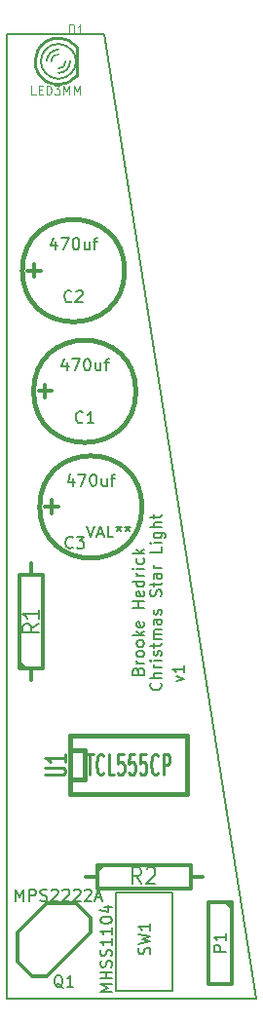
<source format=gto>
G04 (created by PCBNEW (2013-08-23 BZR 4296)-product) date 11/9/2013 10:48:29 AM*
%MOIN*%
G04 Gerber Fmt 3.4, Leading zero omitted, Abs format*
%FSLAX34Y34*%
G01*
G70*
G90*
G04 APERTURE LIST*
%ADD10C,0.005906*%
%ADD11C,0.007764*%
%ADD12C,0.015000*%
%ADD13C,0.010000*%
%ADD14C,0.006000*%
%ADD15C,0.012000*%
%ADD16C,0.008000*%
%ADD17C,0.003500*%
%ADD18C,0.011250*%
G04 APERTURE END LIST*
G54D10*
G54D11*
X54456Y-42893D02*
X54716Y-42800D01*
X54456Y-42707D01*
X54716Y-42354D02*
X54716Y-42577D01*
X54716Y-42466D02*
X54326Y-42466D01*
X54381Y-42503D01*
X54419Y-42540D01*
X54437Y-42577D01*
X53899Y-42943D02*
X53918Y-42961D01*
X53936Y-43017D01*
X53936Y-43054D01*
X53918Y-43110D01*
X53880Y-43147D01*
X53843Y-43166D01*
X53769Y-43184D01*
X53713Y-43184D01*
X53639Y-43166D01*
X53601Y-43147D01*
X53564Y-43110D01*
X53546Y-43054D01*
X53546Y-43017D01*
X53564Y-42961D01*
X53583Y-42943D01*
X53936Y-42775D02*
X53546Y-42775D01*
X53936Y-42608D02*
X53732Y-42608D01*
X53694Y-42626D01*
X53676Y-42664D01*
X53676Y-42719D01*
X53694Y-42757D01*
X53713Y-42775D01*
X53936Y-42422D02*
X53676Y-42422D01*
X53750Y-42422D02*
X53713Y-42403D01*
X53694Y-42385D01*
X53676Y-42348D01*
X53676Y-42310D01*
X53936Y-42180D02*
X53676Y-42180D01*
X53546Y-42180D02*
X53564Y-42199D01*
X53583Y-42180D01*
X53564Y-42162D01*
X53546Y-42180D01*
X53583Y-42180D01*
X53918Y-42013D02*
X53936Y-41976D01*
X53936Y-41901D01*
X53918Y-41864D01*
X53880Y-41845D01*
X53862Y-41845D01*
X53825Y-41864D01*
X53806Y-41901D01*
X53806Y-41957D01*
X53787Y-41994D01*
X53750Y-42013D01*
X53732Y-42013D01*
X53694Y-41994D01*
X53676Y-41957D01*
X53676Y-41901D01*
X53694Y-41864D01*
X53676Y-41734D02*
X53676Y-41585D01*
X53546Y-41678D02*
X53880Y-41678D01*
X53918Y-41659D01*
X53936Y-41622D01*
X53936Y-41585D01*
X53936Y-41455D02*
X53676Y-41455D01*
X53713Y-41455D02*
X53694Y-41436D01*
X53676Y-41399D01*
X53676Y-41343D01*
X53694Y-41306D01*
X53732Y-41287D01*
X53936Y-41287D01*
X53732Y-41287D02*
X53694Y-41269D01*
X53676Y-41232D01*
X53676Y-41176D01*
X53694Y-41139D01*
X53732Y-41120D01*
X53936Y-41120D01*
X53936Y-40767D02*
X53732Y-40767D01*
X53694Y-40785D01*
X53676Y-40823D01*
X53676Y-40897D01*
X53694Y-40934D01*
X53918Y-40767D02*
X53936Y-40804D01*
X53936Y-40897D01*
X53918Y-40934D01*
X53880Y-40953D01*
X53843Y-40953D01*
X53806Y-40934D01*
X53787Y-40897D01*
X53787Y-40804D01*
X53769Y-40767D01*
X53918Y-40599D02*
X53936Y-40562D01*
X53936Y-40488D01*
X53918Y-40451D01*
X53880Y-40432D01*
X53862Y-40432D01*
X53825Y-40451D01*
X53806Y-40488D01*
X53806Y-40544D01*
X53787Y-40581D01*
X53750Y-40599D01*
X53732Y-40599D01*
X53694Y-40581D01*
X53676Y-40544D01*
X53676Y-40488D01*
X53694Y-40451D01*
X53918Y-39986D02*
X53936Y-39930D01*
X53936Y-39837D01*
X53918Y-39800D01*
X53899Y-39781D01*
X53862Y-39762D01*
X53825Y-39762D01*
X53787Y-39781D01*
X53769Y-39800D01*
X53750Y-39837D01*
X53732Y-39911D01*
X53713Y-39948D01*
X53694Y-39967D01*
X53657Y-39986D01*
X53620Y-39986D01*
X53583Y-39967D01*
X53564Y-39948D01*
X53546Y-39911D01*
X53546Y-39818D01*
X53564Y-39762D01*
X53676Y-39651D02*
X53676Y-39502D01*
X53546Y-39595D02*
X53880Y-39595D01*
X53918Y-39576D01*
X53936Y-39539D01*
X53936Y-39502D01*
X53936Y-39205D02*
X53732Y-39205D01*
X53694Y-39223D01*
X53676Y-39260D01*
X53676Y-39335D01*
X53694Y-39372D01*
X53918Y-39205D02*
X53936Y-39242D01*
X53936Y-39335D01*
X53918Y-39372D01*
X53880Y-39391D01*
X53843Y-39391D01*
X53806Y-39372D01*
X53787Y-39335D01*
X53787Y-39242D01*
X53769Y-39205D01*
X53936Y-39019D02*
X53676Y-39019D01*
X53750Y-39019D02*
X53713Y-39000D01*
X53694Y-38981D01*
X53676Y-38944D01*
X53676Y-38907D01*
X53936Y-38293D02*
X53936Y-38479D01*
X53546Y-38479D01*
X53936Y-38163D02*
X53676Y-38163D01*
X53546Y-38163D02*
X53564Y-38182D01*
X53583Y-38163D01*
X53564Y-38144D01*
X53546Y-38163D01*
X53583Y-38163D01*
X53676Y-37810D02*
X53992Y-37810D01*
X54029Y-37828D01*
X54048Y-37847D01*
X54066Y-37884D01*
X54066Y-37940D01*
X54048Y-37977D01*
X53918Y-37810D02*
X53936Y-37847D01*
X53936Y-37921D01*
X53918Y-37958D01*
X53899Y-37977D01*
X53862Y-37996D01*
X53750Y-37996D01*
X53713Y-37977D01*
X53694Y-37958D01*
X53676Y-37921D01*
X53676Y-37847D01*
X53694Y-37810D01*
X53936Y-37624D02*
X53546Y-37624D01*
X53936Y-37456D02*
X53732Y-37456D01*
X53694Y-37475D01*
X53676Y-37512D01*
X53676Y-37568D01*
X53694Y-37605D01*
X53713Y-37624D01*
X53676Y-37326D02*
X53676Y-37177D01*
X53546Y-37270D02*
X53880Y-37270D01*
X53918Y-37252D01*
X53936Y-37215D01*
X53936Y-37177D01*
X53137Y-42538D02*
X53155Y-42482D01*
X53174Y-42464D01*
X53211Y-42445D01*
X53267Y-42445D01*
X53304Y-42464D01*
X53323Y-42482D01*
X53341Y-42519D01*
X53341Y-42668D01*
X52951Y-42668D01*
X52951Y-42538D01*
X52969Y-42501D01*
X52988Y-42482D01*
X53025Y-42464D01*
X53062Y-42464D01*
X53099Y-42482D01*
X53118Y-42501D01*
X53137Y-42538D01*
X53137Y-42668D01*
X53341Y-42278D02*
X53081Y-42278D01*
X53155Y-42278D02*
X53118Y-42259D01*
X53099Y-42240D01*
X53081Y-42203D01*
X53081Y-42166D01*
X53341Y-41980D02*
X53323Y-42017D01*
X53304Y-42036D01*
X53267Y-42055D01*
X53155Y-42055D01*
X53118Y-42036D01*
X53099Y-42017D01*
X53081Y-41980D01*
X53081Y-41924D01*
X53099Y-41887D01*
X53118Y-41869D01*
X53155Y-41850D01*
X53267Y-41850D01*
X53304Y-41869D01*
X53323Y-41887D01*
X53341Y-41924D01*
X53341Y-41980D01*
X53341Y-41627D02*
X53323Y-41664D01*
X53304Y-41683D01*
X53267Y-41701D01*
X53155Y-41701D01*
X53118Y-41683D01*
X53099Y-41664D01*
X53081Y-41627D01*
X53081Y-41571D01*
X53099Y-41534D01*
X53118Y-41515D01*
X53155Y-41497D01*
X53267Y-41497D01*
X53304Y-41515D01*
X53323Y-41534D01*
X53341Y-41571D01*
X53341Y-41627D01*
X53341Y-41329D02*
X52951Y-41329D01*
X53192Y-41292D02*
X53341Y-41180D01*
X53081Y-41180D02*
X53230Y-41329D01*
X53323Y-40864D02*
X53341Y-40901D01*
X53341Y-40976D01*
X53323Y-41013D01*
X53285Y-41032D01*
X53137Y-41032D01*
X53099Y-41013D01*
X53081Y-40976D01*
X53081Y-40901D01*
X53099Y-40864D01*
X53137Y-40846D01*
X53174Y-40846D01*
X53211Y-41032D01*
X53341Y-40381D02*
X52951Y-40381D01*
X53137Y-40381D02*
X53137Y-40158D01*
X53341Y-40158D02*
X52951Y-40158D01*
X53323Y-39823D02*
X53341Y-39860D01*
X53341Y-39934D01*
X53323Y-39972D01*
X53285Y-39990D01*
X53137Y-39990D01*
X53099Y-39972D01*
X53081Y-39934D01*
X53081Y-39860D01*
X53099Y-39823D01*
X53137Y-39804D01*
X53174Y-39804D01*
X53211Y-39990D01*
X53341Y-39469D02*
X52951Y-39469D01*
X53323Y-39469D02*
X53341Y-39507D01*
X53341Y-39581D01*
X53323Y-39618D01*
X53304Y-39637D01*
X53267Y-39655D01*
X53155Y-39655D01*
X53118Y-39637D01*
X53099Y-39618D01*
X53081Y-39581D01*
X53081Y-39507D01*
X53099Y-39469D01*
X53341Y-39283D02*
X53081Y-39283D01*
X53155Y-39283D02*
X53118Y-39265D01*
X53099Y-39246D01*
X53081Y-39209D01*
X53081Y-39172D01*
X53341Y-39042D02*
X53081Y-39042D01*
X52951Y-39042D02*
X52969Y-39060D01*
X52988Y-39042D01*
X52969Y-39023D01*
X52951Y-39042D01*
X52988Y-39042D01*
X53323Y-38688D02*
X53341Y-38726D01*
X53341Y-38800D01*
X53323Y-38837D01*
X53304Y-38856D01*
X53267Y-38874D01*
X53155Y-38874D01*
X53118Y-38856D01*
X53099Y-38837D01*
X53081Y-38800D01*
X53081Y-38726D01*
X53099Y-38688D01*
X53341Y-38521D02*
X52951Y-38521D01*
X53192Y-38484D02*
X53341Y-38372D01*
X53081Y-38372D02*
X53230Y-38521D01*
G54D12*
X53060Y-32970D02*
G75*
G03X53060Y-32970I-1750J0D01*
G74*
G01*
X52675Y-28840D02*
G75*
G03X52675Y-28840I-1750J0D01*
G74*
G01*
X53270Y-36925D02*
G75*
G03X53270Y-36925I-1750J0D01*
G74*
G01*
G54D13*
X51030Y-22180D02*
X51030Y-21180D01*
G54D14*
X49949Y-21295D02*
G75*
G03X49810Y-21680I460J-384D01*
G74*
G01*
X49810Y-21680D02*
G75*
G03X49962Y-22078I599J0D01*
G74*
G01*
X51009Y-21679D02*
G75*
G03X50865Y-21290I-599J0D01*
G74*
G01*
X50870Y-22064D02*
G75*
G03X51010Y-21680I-460J384D01*
G74*
G01*
X50897Y-21330D02*
G75*
G03X50410Y-21080I-487J-349D01*
G74*
G01*
X50409Y-21080D02*
G75*
G03X49930Y-21320I0J-600D01*
G74*
G01*
X50410Y-22279D02*
G75*
G03X50883Y-22048I0J599D01*
G74*
G01*
X49936Y-22048D02*
G75*
G03X50410Y-22280I473J368D01*
G74*
G01*
X50410Y-21430D02*
G75*
G03X50160Y-21680I0J-250D01*
G74*
G01*
X50410Y-21280D02*
G75*
G03X50010Y-21680I0J-400D01*
G74*
G01*
X50410Y-21930D02*
G75*
G03X50660Y-21680I0J250D01*
G74*
G01*
X50410Y-22080D02*
G75*
G03X50810Y-21680I0J400D01*
G74*
G01*
G54D13*
X51023Y-21166D02*
G75*
G03X50410Y-20880I-613J-513D01*
G74*
G01*
X50409Y-20881D02*
G75*
G03X49705Y-21304I0J-799D01*
G74*
G01*
X50411Y-22478D02*
G75*
G03X51020Y-22196I-1J798D01*
G74*
G01*
X49715Y-22077D02*
G75*
G03X50410Y-22480I694J397D01*
G74*
G01*
X49705Y-21300D02*
G75*
G03X49610Y-21680I704J-379D01*
G74*
G01*
X49610Y-21680D02*
G75*
G03X49729Y-22099I799J0D01*
G74*
G01*
G54D15*
X56350Y-50440D02*
X56350Y-53240D01*
X56350Y-53240D02*
X55550Y-53240D01*
X55550Y-53240D02*
X55550Y-50440D01*
X55550Y-50440D02*
X56350Y-50440D01*
X56150Y-50440D02*
X56350Y-50640D01*
X50010Y-52965D02*
X51510Y-51465D01*
X51510Y-51465D02*
X51510Y-50965D01*
X51510Y-50965D02*
X51010Y-50465D01*
X51010Y-50465D02*
X50010Y-50465D01*
X50010Y-50465D02*
X49010Y-51465D01*
X49010Y-51465D02*
X49010Y-52465D01*
X49010Y-52465D02*
X49510Y-52965D01*
X49510Y-52965D02*
X50010Y-52965D01*
X49490Y-42845D02*
X49490Y-42445D01*
X49490Y-42445D02*
X49090Y-42445D01*
X49090Y-42445D02*
X49090Y-39245D01*
X49090Y-39245D02*
X49890Y-39245D01*
X49890Y-39245D02*
X49890Y-42445D01*
X49890Y-42445D02*
X49490Y-42445D01*
X49290Y-42445D02*
X49090Y-42245D01*
X49490Y-38845D02*
X49490Y-39245D01*
X51330Y-49565D02*
X51730Y-49565D01*
X51730Y-49565D02*
X51730Y-49165D01*
X51730Y-49165D02*
X54930Y-49165D01*
X54930Y-49165D02*
X54930Y-49965D01*
X54930Y-49965D02*
X51730Y-49965D01*
X51730Y-49965D02*
X51730Y-49565D01*
X51730Y-49365D02*
X51930Y-49165D01*
X55330Y-49565D02*
X54930Y-49565D01*
G54D12*
X50815Y-45250D02*
X51315Y-45250D01*
X51315Y-45250D02*
X51315Y-46250D01*
X51315Y-46250D02*
X50815Y-46250D01*
X50815Y-44750D02*
X54815Y-44750D01*
X54815Y-44750D02*
X54815Y-46750D01*
X54815Y-46750D02*
X50815Y-46750D01*
X50815Y-46750D02*
X50815Y-44750D01*
G54D10*
X57175Y-53750D02*
X48655Y-53750D01*
X48655Y-53750D02*
X48655Y-20750D01*
X48655Y-20750D02*
X51975Y-20750D01*
X51975Y-20750D02*
X57175Y-53750D01*
X54310Y-50130D02*
X54310Y-53480D01*
X54310Y-53480D02*
X52370Y-53480D01*
X52370Y-53480D02*
X52370Y-50130D01*
X52370Y-50130D02*
X54310Y-50130D01*
G54D16*
X51243Y-34012D02*
X51224Y-34031D01*
X51167Y-34050D01*
X51129Y-34050D01*
X51071Y-34031D01*
X51033Y-33993D01*
X51014Y-33955D01*
X50995Y-33879D01*
X50995Y-33822D01*
X51014Y-33746D01*
X51033Y-33708D01*
X51071Y-33670D01*
X51129Y-33650D01*
X51167Y-33650D01*
X51224Y-33670D01*
X51243Y-33689D01*
X51624Y-34050D02*
X51395Y-34050D01*
X51510Y-34050D02*
X51510Y-33650D01*
X51471Y-33708D01*
X51433Y-33746D01*
X51395Y-33765D01*
X50710Y-31984D02*
X50710Y-32250D01*
X50614Y-31831D02*
X50519Y-32117D01*
X50767Y-32117D01*
X50881Y-31850D02*
X51148Y-31850D01*
X50976Y-32250D01*
X51376Y-31850D02*
X51414Y-31850D01*
X51452Y-31870D01*
X51471Y-31889D01*
X51490Y-31927D01*
X51510Y-32003D01*
X51510Y-32098D01*
X51490Y-32174D01*
X51471Y-32212D01*
X51452Y-32231D01*
X51414Y-32250D01*
X51376Y-32250D01*
X51338Y-32231D01*
X51319Y-32212D01*
X51300Y-32174D01*
X51281Y-32098D01*
X51281Y-32003D01*
X51300Y-31927D01*
X51319Y-31889D01*
X51338Y-31870D01*
X51376Y-31850D01*
X51852Y-31984D02*
X51852Y-32250D01*
X51681Y-31984D02*
X51681Y-32193D01*
X51700Y-32231D01*
X51738Y-32250D01*
X51795Y-32250D01*
X51833Y-32231D01*
X51852Y-32212D01*
X51986Y-31984D02*
X52138Y-31984D01*
X52043Y-32250D02*
X52043Y-31908D01*
X52062Y-31870D01*
X52100Y-31850D01*
X52138Y-31850D01*
G54D15*
X49731Y-32962D02*
X50188Y-32962D01*
X49960Y-33191D02*
X49960Y-32734D01*
G54D16*
X50858Y-29882D02*
X50839Y-29901D01*
X50782Y-29920D01*
X50744Y-29920D01*
X50686Y-29901D01*
X50648Y-29863D01*
X50629Y-29825D01*
X50610Y-29749D01*
X50610Y-29692D01*
X50629Y-29616D01*
X50648Y-29578D01*
X50686Y-29540D01*
X50744Y-29520D01*
X50782Y-29520D01*
X50839Y-29540D01*
X50858Y-29559D01*
X51010Y-29559D02*
X51029Y-29540D01*
X51067Y-29520D01*
X51163Y-29520D01*
X51201Y-29540D01*
X51220Y-29559D01*
X51239Y-29597D01*
X51239Y-29635D01*
X51220Y-29692D01*
X50991Y-29920D01*
X51239Y-29920D01*
X50325Y-27854D02*
X50325Y-28120D01*
X50229Y-27701D02*
X50134Y-27987D01*
X50382Y-27987D01*
X50496Y-27720D02*
X50763Y-27720D01*
X50591Y-28120D01*
X50991Y-27720D02*
X51029Y-27720D01*
X51067Y-27740D01*
X51086Y-27759D01*
X51105Y-27797D01*
X51125Y-27873D01*
X51125Y-27968D01*
X51105Y-28044D01*
X51086Y-28082D01*
X51067Y-28101D01*
X51029Y-28120D01*
X50991Y-28120D01*
X50953Y-28101D01*
X50934Y-28082D01*
X50915Y-28044D01*
X50896Y-27968D01*
X50896Y-27873D01*
X50915Y-27797D01*
X50934Y-27759D01*
X50953Y-27740D01*
X50991Y-27720D01*
X51467Y-27854D02*
X51467Y-28120D01*
X51296Y-27854D02*
X51296Y-28063D01*
X51315Y-28101D01*
X51353Y-28120D01*
X51410Y-28120D01*
X51448Y-28101D01*
X51467Y-28082D01*
X51601Y-27854D02*
X51753Y-27854D01*
X51658Y-28120D02*
X51658Y-27778D01*
X51677Y-27740D01*
X51715Y-27720D01*
X51753Y-27720D01*
G54D15*
X49346Y-28832D02*
X49803Y-28832D01*
X49575Y-29061D02*
X49575Y-28604D01*
G54D16*
X50903Y-38302D02*
X50884Y-38321D01*
X50827Y-38340D01*
X50789Y-38340D01*
X50731Y-38321D01*
X50693Y-38283D01*
X50674Y-38245D01*
X50655Y-38169D01*
X50655Y-38112D01*
X50674Y-38036D01*
X50693Y-37998D01*
X50731Y-37960D01*
X50789Y-37940D01*
X50827Y-37940D01*
X50884Y-37960D01*
X50903Y-37979D01*
X51036Y-37940D02*
X51284Y-37940D01*
X51150Y-38093D01*
X51208Y-38093D01*
X51246Y-38112D01*
X51265Y-38131D01*
X51284Y-38169D01*
X51284Y-38264D01*
X51265Y-38302D01*
X51246Y-38321D01*
X51208Y-38340D01*
X51093Y-38340D01*
X51055Y-38321D01*
X51036Y-38302D01*
X50920Y-35939D02*
X50920Y-36205D01*
X50824Y-35786D02*
X50729Y-36072D01*
X50977Y-36072D01*
X51091Y-35805D02*
X51358Y-35805D01*
X51186Y-36205D01*
X51586Y-35805D02*
X51624Y-35805D01*
X51662Y-35825D01*
X51681Y-35844D01*
X51700Y-35882D01*
X51720Y-35958D01*
X51720Y-36053D01*
X51700Y-36129D01*
X51681Y-36167D01*
X51662Y-36186D01*
X51624Y-36205D01*
X51586Y-36205D01*
X51548Y-36186D01*
X51529Y-36167D01*
X51510Y-36129D01*
X51491Y-36053D01*
X51491Y-35958D01*
X51510Y-35882D01*
X51529Y-35844D01*
X51548Y-35825D01*
X51586Y-35805D01*
X52062Y-35939D02*
X52062Y-36205D01*
X51891Y-35939D02*
X51891Y-36148D01*
X51910Y-36186D01*
X51948Y-36205D01*
X52005Y-36205D01*
X52043Y-36186D01*
X52062Y-36167D01*
X52196Y-35939D02*
X52348Y-35939D01*
X52253Y-36205D02*
X52253Y-35863D01*
X52272Y-35825D01*
X52310Y-35805D01*
X52348Y-35805D01*
G54D15*
X49941Y-36917D02*
X50398Y-36917D01*
X50170Y-37146D02*
X50170Y-36689D01*
G54D17*
X50788Y-20715D02*
X50788Y-20415D01*
X50860Y-20415D01*
X50902Y-20430D01*
X50931Y-20458D01*
X50945Y-20487D01*
X50960Y-20544D01*
X50960Y-20587D01*
X50945Y-20644D01*
X50931Y-20672D01*
X50902Y-20701D01*
X50860Y-20715D01*
X50788Y-20715D01*
X51245Y-20715D02*
X51074Y-20715D01*
X51160Y-20715D02*
X51160Y-20415D01*
X51131Y-20458D01*
X51102Y-20487D01*
X51074Y-20501D01*
X49631Y-22815D02*
X49488Y-22815D01*
X49488Y-22515D01*
X49731Y-22658D02*
X49831Y-22658D01*
X49874Y-22815D02*
X49731Y-22815D01*
X49731Y-22515D01*
X49874Y-22515D01*
X50002Y-22815D02*
X50002Y-22515D01*
X50074Y-22515D01*
X50117Y-22530D01*
X50145Y-22558D01*
X50160Y-22587D01*
X50174Y-22644D01*
X50174Y-22687D01*
X50160Y-22744D01*
X50145Y-22772D01*
X50117Y-22801D01*
X50074Y-22815D01*
X50002Y-22815D01*
X50274Y-22515D02*
X50460Y-22515D01*
X50360Y-22630D01*
X50402Y-22630D01*
X50431Y-22644D01*
X50445Y-22658D01*
X50460Y-22687D01*
X50460Y-22758D01*
X50445Y-22787D01*
X50431Y-22801D01*
X50402Y-22815D01*
X50317Y-22815D01*
X50288Y-22801D01*
X50274Y-22787D01*
X50588Y-22815D02*
X50588Y-22515D01*
X50688Y-22730D01*
X50788Y-22515D01*
X50788Y-22815D01*
X50931Y-22815D02*
X50931Y-22515D01*
X51031Y-22730D01*
X51131Y-22515D01*
X51131Y-22815D01*
G54D16*
X56130Y-52135D02*
X55730Y-52135D01*
X55730Y-51982D01*
X55750Y-51944D01*
X55769Y-51925D01*
X55807Y-51906D01*
X55864Y-51906D01*
X55902Y-51925D01*
X55921Y-51944D01*
X55940Y-51982D01*
X55940Y-52135D01*
X56130Y-51525D02*
X56130Y-51754D01*
X56130Y-51639D02*
X55730Y-51639D01*
X55788Y-51678D01*
X55826Y-51716D01*
X55845Y-51754D01*
X50561Y-53379D02*
X50523Y-53360D01*
X50485Y-53321D01*
X50428Y-53264D01*
X50390Y-53245D01*
X50352Y-53245D01*
X50371Y-53340D02*
X50333Y-53321D01*
X50295Y-53283D01*
X50276Y-53207D01*
X50276Y-53074D01*
X50295Y-52998D01*
X50333Y-52960D01*
X50371Y-52940D01*
X50447Y-52940D01*
X50485Y-52960D01*
X50523Y-52998D01*
X50542Y-53074D01*
X50542Y-53207D01*
X50523Y-53283D01*
X50485Y-53321D01*
X50447Y-53340D01*
X50371Y-53340D01*
X50923Y-53340D02*
X50695Y-53340D01*
X50809Y-53340D02*
X50809Y-52940D01*
X50771Y-52998D01*
X50733Y-53036D01*
X50695Y-53055D01*
X48952Y-50410D02*
X48952Y-50010D01*
X49086Y-50296D01*
X49219Y-50010D01*
X49219Y-50410D01*
X49410Y-50410D02*
X49410Y-50010D01*
X49562Y-50010D01*
X49600Y-50030D01*
X49619Y-50049D01*
X49638Y-50087D01*
X49638Y-50144D01*
X49619Y-50182D01*
X49600Y-50201D01*
X49562Y-50220D01*
X49410Y-50220D01*
X49790Y-50391D02*
X49848Y-50410D01*
X49943Y-50410D01*
X49981Y-50391D01*
X50000Y-50372D01*
X50019Y-50334D01*
X50019Y-50296D01*
X50000Y-50258D01*
X49981Y-50239D01*
X49943Y-50220D01*
X49867Y-50201D01*
X49829Y-50182D01*
X49810Y-50163D01*
X49790Y-50125D01*
X49790Y-50087D01*
X49810Y-50049D01*
X49829Y-50030D01*
X49867Y-50010D01*
X49962Y-50010D01*
X50019Y-50030D01*
X50171Y-50049D02*
X50190Y-50030D01*
X50229Y-50010D01*
X50324Y-50010D01*
X50362Y-50030D01*
X50381Y-50049D01*
X50400Y-50087D01*
X50400Y-50125D01*
X50381Y-50182D01*
X50152Y-50410D01*
X50400Y-50410D01*
X50552Y-50049D02*
X50571Y-50030D01*
X50610Y-50010D01*
X50705Y-50010D01*
X50743Y-50030D01*
X50762Y-50049D01*
X50781Y-50087D01*
X50781Y-50125D01*
X50762Y-50182D01*
X50533Y-50410D01*
X50781Y-50410D01*
X50933Y-50049D02*
X50952Y-50030D01*
X50990Y-50010D01*
X51086Y-50010D01*
X51124Y-50030D01*
X51143Y-50049D01*
X51162Y-50087D01*
X51162Y-50125D01*
X51143Y-50182D01*
X50914Y-50410D01*
X51162Y-50410D01*
X51314Y-50049D02*
X51333Y-50030D01*
X51371Y-50010D01*
X51467Y-50010D01*
X51505Y-50030D01*
X51524Y-50049D01*
X51543Y-50087D01*
X51543Y-50125D01*
X51524Y-50182D01*
X51295Y-50410D01*
X51543Y-50410D01*
X51695Y-50296D02*
X51886Y-50296D01*
X51657Y-50410D02*
X51790Y-50010D01*
X51924Y-50410D01*
X49738Y-40928D02*
X49476Y-41095D01*
X49738Y-41214D02*
X49188Y-41214D01*
X49188Y-41023D01*
X49215Y-40975D01*
X49241Y-40952D01*
X49293Y-40928D01*
X49372Y-40928D01*
X49424Y-40952D01*
X49450Y-40975D01*
X49476Y-41023D01*
X49476Y-41214D01*
X49738Y-40452D02*
X49738Y-40737D01*
X49738Y-40595D02*
X49188Y-40595D01*
X49267Y-40642D01*
X49319Y-40690D01*
X49345Y-40737D01*
X53246Y-49813D02*
X53080Y-49551D01*
X52960Y-49813D02*
X52960Y-49263D01*
X53151Y-49263D01*
X53199Y-49290D01*
X53222Y-49316D01*
X53246Y-49368D01*
X53246Y-49447D01*
X53222Y-49499D01*
X53199Y-49525D01*
X53151Y-49551D01*
X52960Y-49551D01*
X53437Y-49316D02*
X53460Y-49290D01*
X53508Y-49263D01*
X53627Y-49263D01*
X53675Y-49290D01*
X53699Y-49316D01*
X53722Y-49368D01*
X53722Y-49420D01*
X53699Y-49499D01*
X53413Y-49813D01*
X53722Y-49813D01*
G54D18*
X49931Y-46092D02*
X50498Y-46092D01*
X50565Y-46071D01*
X50598Y-46050D01*
X50631Y-46007D01*
X50631Y-45921D01*
X50598Y-45878D01*
X50565Y-45857D01*
X50498Y-45835D01*
X49931Y-45835D01*
X50631Y-45385D02*
X50631Y-45642D01*
X50631Y-45514D02*
X49931Y-45514D01*
X50031Y-45557D01*
X50098Y-45600D01*
X50131Y-45642D01*
G54D15*
G54D13*
X51367Y-45366D02*
X51595Y-45366D01*
X51481Y-46066D02*
X51481Y-45366D01*
X51957Y-46000D02*
X51938Y-46033D01*
X51881Y-46066D01*
X51843Y-46066D01*
X51786Y-46033D01*
X51748Y-45966D01*
X51729Y-45900D01*
X51710Y-45766D01*
X51710Y-45666D01*
X51729Y-45533D01*
X51748Y-45466D01*
X51786Y-45400D01*
X51843Y-45366D01*
X51881Y-45366D01*
X51938Y-45400D01*
X51957Y-45433D01*
X52319Y-46066D02*
X52129Y-46066D01*
X52129Y-45366D01*
X52643Y-45366D02*
X52453Y-45366D01*
X52434Y-45700D01*
X52453Y-45666D01*
X52491Y-45633D01*
X52586Y-45633D01*
X52624Y-45666D01*
X52643Y-45700D01*
X52662Y-45766D01*
X52662Y-45933D01*
X52643Y-46000D01*
X52624Y-46033D01*
X52586Y-46066D01*
X52491Y-46066D01*
X52453Y-46033D01*
X52434Y-46000D01*
X53024Y-45366D02*
X52834Y-45366D01*
X52815Y-45700D01*
X52834Y-45666D01*
X52872Y-45633D01*
X52967Y-45633D01*
X53005Y-45666D01*
X53024Y-45700D01*
X53043Y-45766D01*
X53043Y-45933D01*
X53024Y-46000D01*
X53005Y-46033D01*
X52967Y-46066D01*
X52872Y-46066D01*
X52834Y-46033D01*
X52815Y-46000D01*
X53405Y-45366D02*
X53215Y-45366D01*
X53195Y-45700D01*
X53215Y-45666D01*
X53253Y-45633D01*
X53348Y-45633D01*
X53386Y-45666D01*
X53405Y-45700D01*
X53424Y-45766D01*
X53424Y-45933D01*
X53405Y-46000D01*
X53386Y-46033D01*
X53348Y-46066D01*
X53253Y-46066D01*
X53215Y-46033D01*
X53195Y-46000D01*
X53824Y-46000D02*
X53805Y-46033D01*
X53748Y-46066D01*
X53710Y-46066D01*
X53653Y-46033D01*
X53615Y-45966D01*
X53595Y-45900D01*
X53576Y-45766D01*
X53576Y-45666D01*
X53595Y-45533D01*
X53615Y-45466D01*
X53653Y-45400D01*
X53710Y-45366D01*
X53748Y-45366D01*
X53805Y-45400D01*
X53824Y-45433D01*
X53995Y-46066D02*
X53995Y-45366D01*
X54148Y-45366D01*
X54186Y-45400D01*
X54205Y-45433D01*
X54224Y-45500D01*
X54224Y-45600D01*
X54205Y-45666D01*
X54186Y-45700D01*
X54148Y-45733D01*
X53995Y-45733D01*
G54D15*
G54D10*
X51365Y-37569D02*
X51496Y-37963D01*
X51628Y-37569D01*
X51740Y-37850D02*
X51928Y-37850D01*
X51703Y-37963D02*
X51834Y-37569D01*
X51965Y-37963D01*
X52284Y-37963D02*
X52096Y-37963D01*
X52096Y-37569D01*
X52471Y-37569D02*
X52471Y-37663D01*
X52378Y-37625D02*
X52471Y-37663D01*
X52565Y-37625D01*
X52415Y-37738D02*
X52471Y-37663D01*
X52528Y-37738D01*
X52771Y-37569D02*
X52771Y-37663D01*
X52678Y-37625D02*
X52771Y-37663D01*
X52865Y-37625D01*
X52715Y-37738D02*
X52771Y-37663D01*
X52828Y-37738D01*
X53529Y-52229D02*
X53548Y-52173D01*
X53548Y-52079D01*
X53529Y-52042D01*
X53510Y-52023D01*
X53473Y-52004D01*
X53435Y-52004D01*
X53398Y-52023D01*
X53379Y-52042D01*
X53360Y-52079D01*
X53341Y-52154D01*
X53323Y-52192D01*
X53304Y-52211D01*
X53266Y-52229D01*
X53229Y-52229D01*
X53191Y-52211D01*
X53173Y-52192D01*
X53154Y-52154D01*
X53154Y-52061D01*
X53173Y-52004D01*
X53154Y-51873D02*
X53548Y-51779D01*
X53266Y-51704D01*
X53548Y-51630D01*
X53154Y-51536D01*
X53548Y-51180D02*
X53548Y-51405D01*
X53548Y-51292D02*
X53154Y-51292D01*
X53210Y-51330D01*
X53248Y-51367D01*
X53266Y-51405D01*
X52238Y-53512D02*
X51844Y-53512D01*
X52125Y-53381D01*
X51844Y-53249D01*
X52238Y-53249D01*
X52238Y-53062D02*
X51844Y-53062D01*
X52031Y-53062D02*
X52031Y-52837D01*
X52238Y-52837D02*
X51844Y-52837D01*
X52219Y-52668D02*
X52238Y-52612D01*
X52238Y-52518D01*
X52219Y-52481D01*
X52200Y-52462D01*
X52163Y-52443D01*
X52125Y-52443D01*
X52088Y-52462D01*
X52069Y-52481D01*
X52050Y-52518D01*
X52031Y-52593D01*
X52013Y-52631D01*
X51994Y-52649D01*
X51956Y-52668D01*
X51919Y-52668D01*
X51881Y-52649D01*
X51863Y-52631D01*
X51844Y-52593D01*
X51844Y-52499D01*
X51863Y-52443D01*
X52219Y-52293D02*
X52238Y-52237D01*
X52238Y-52143D01*
X52219Y-52106D01*
X52200Y-52087D01*
X52163Y-52068D01*
X52125Y-52068D01*
X52088Y-52087D01*
X52069Y-52106D01*
X52050Y-52143D01*
X52031Y-52218D01*
X52013Y-52256D01*
X51994Y-52274D01*
X51956Y-52293D01*
X51919Y-52293D01*
X51881Y-52274D01*
X51863Y-52256D01*
X51844Y-52218D01*
X51844Y-52124D01*
X51863Y-52068D01*
X52238Y-51693D02*
X52238Y-51918D01*
X52238Y-51806D02*
X51844Y-51806D01*
X51900Y-51843D01*
X51938Y-51881D01*
X51956Y-51918D01*
X52238Y-51318D02*
X52238Y-51543D01*
X52238Y-51431D02*
X51844Y-51431D01*
X51900Y-51468D01*
X51938Y-51506D01*
X51956Y-51543D01*
X51844Y-51075D02*
X51844Y-51037D01*
X51863Y-51000D01*
X51881Y-50981D01*
X51919Y-50962D01*
X51994Y-50943D01*
X52088Y-50943D01*
X52163Y-50962D01*
X52200Y-50981D01*
X52219Y-51000D01*
X52238Y-51037D01*
X52238Y-51075D01*
X52219Y-51112D01*
X52200Y-51131D01*
X52163Y-51150D01*
X52088Y-51168D01*
X51994Y-51168D01*
X51919Y-51150D01*
X51881Y-51131D01*
X51863Y-51112D01*
X51844Y-51075D01*
X51975Y-50606D02*
X52238Y-50606D01*
X51825Y-50700D02*
X52106Y-50793D01*
X52106Y-50550D01*
M02*

</source>
